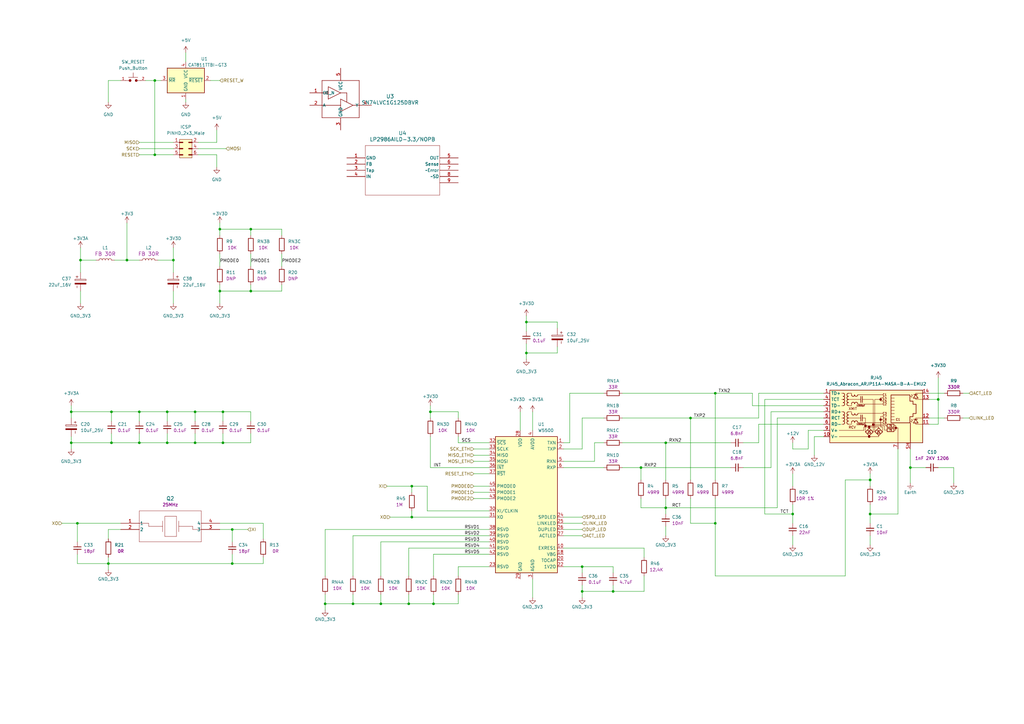
<source format=kicad_sch>
(kicad_sch (version 20230121) (generator eeschema)
  (paper "A3")
  (junction (at 52.07 106.68))
  (junction (at 273.05 208.28))
  (junction (at 33.02 106.68))
  (junction (at 71.12 106.68))
  (junction (at 68.58 168.91))
  (junction (at 293.37 214.63))
  (junction (at 29.21 168.91))
  (junction (at 68.58 181.61))
  (junction (at 325.12 210.82))
  (junction (at 63.5 33.02))
  (junction (at 44.45 231.14))
  (junction (at 95.25 231.14))
  (junction (at 90.17 93.98))
  (junction (at 293.37 161.29))
  (junction (at 167.64 247.65))
  (junction (at 102.87 119.38))
  (junction (at 91.44 168.91))
  (junction (at 80.01 168.91))
  (junction (at 91.44 181.61))
  (junction (at 45.72 181.61))
  (junction (at 373.38 191.77))
  (junction (at 29.21 181.61))
  (junction (at 238.76 242.57))
  (junction (at 251.46 242.57))
  (junction (at 176.53 168.91))
  (junction (at 102.87 93.98))
  (junction (at 356.87 196.85))
  (junction (at 63.5 63.5))
  (junction (at 215.9 144.78))
  (junction (at 80.01 181.61))
  (junction (at 57.15 181.61))
  (junction (at 144.78 247.65))
  (junction (at 90.17 119.38))
  (junction (at 168.91 212.09))
  (junction (at 356.87 210.82))
  (junction (at 95.25 217.17))
  (junction (at 283.21 171.45))
  (junction (at 31.75 214.63))
  (junction (at 238.76 232.41))
  (junction (at 177.8 247.65))
  (junction (at 45.72 168.91))
  (junction (at 384.81 163.83))
  (junction (at 215.9 132.08))
  (junction (at 156.21 247.65))
  (junction (at 273.05 181.61))
  (junction (at 57.15 168.91))
  (junction (at 133.35 247.65))
  (junction (at 168.91 199.39))
  (junction (at 262.89 191.77))
  (wire (pts (xy 175.26 199.39) (xy 175.26 209.55)))
  (wire (pts (xy 57.15 181.61) (xy 68.58 181.61)))
  (wire (pts (xy 156.21 243.84) (xy 156.21 247.65)))
  (wire (pts (xy 29.21 166.37) (xy 29.21 168.91)))
  (wire (pts (xy 68.58 177.8) (xy 68.58 181.61)))
  (wire (pts (xy 215.9 144.78) (xy 228.6 144.78)))
  (wire (pts (xy 102.87 177.8) (xy 102.87 181.61)))
  (wire (pts (xy 251.46 242.57) (xy 238.76 242.57)))
  (wire (pts (xy 194.31 194.31) (xy 200.66 194.31)))
  (wire (pts (xy 115.57 104.14) (xy 115.57 109.22)))
  (wire (pts (xy 194.31 186.69) (xy 200.66 186.69)))
  (wire (pts (xy 44.45 33.02) (xy 44.45 41.91)))
  (wire (pts (xy 331.47 184.15) (xy 325.12 184.15)))
  (wire (pts (xy 167.64 224.79) (xy 167.64 236.22)))
  (wire (pts (xy 337.82 166.37) (xy 308.61 166.37)))
  (wire (pts (xy 293.37 204.47) (xy 293.37 214.63)))
  (wire (pts (xy 176.53 168.91) (xy 176.53 171.45)))
  (wire (pts (xy 90.17 104.14) (xy 90.17 109.22)))
  (wire (pts (xy 101.6 217.17) (xy 95.25 217.17)))
  (wire (pts (xy 238.76 219.71) (xy 231.14 219.71)))
  (wire (pts (xy 52.07 106.68) (xy 46.99 106.68)))
  (wire (pts (xy 160.02 212.09) (xy 168.91 212.09)))
  (wire (pts (xy 29.21 168.91) (xy 29.21 171.45)))
  (wire (pts (xy 63.5 63.5) (xy 63.5 33.02)))
  (wire (pts (xy 187.96 171.45) (xy 187.96 168.91)))
  (wire (pts (xy 168.91 199.39) (xy 175.26 199.39)))
  (wire (pts (xy 264.16 242.57) (xy 251.46 242.57)))
  (wire (pts (xy 251.46 240.03) (xy 251.46 242.57)))
  (wire (pts (xy 238.76 171.45) (xy 247.65 171.45)))
  (wire (pts (xy 95.25 231.14) (xy 107.95 231.14)))
  (wire (pts (xy 368.3 210.82) (xy 356.87 210.82)))
  (wire (pts (xy 304.8 191.77) (xy 316.23 191.77)))
  (wire (pts (xy 381 173.99) (xy 384.81 173.99)))
  (wire (pts (xy 325.12 210.82) (xy 325.12 214.63)))
  (wire (pts (xy 133.35 247.65) (xy 144.78 247.65)))
  (wire (pts (xy 176.53 191.77) (xy 176.53 179.07)))
  (wire (pts (xy 356.87 196.85) (xy 356.87 199.39)))
  (wire (pts (xy 384.81 191.77) (xy 391.16 191.77)))
  (wire (pts (xy 68.58 172.72) (xy 68.58 168.91)))
  (wire (pts (xy 95.25 217.17) (xy 90.17 217.17)))
  (wire (pts (xy 384.81 173.99) (xy 384.81 163.83)))
  (wire (pts (xy 194.31 184.15) (xy 200.66 184.15)))
  (wire (pts (xy 102.87 104.14) (xy 102.87 109.22)))
  (wire (pts (xy 337.82 163.83) (xy 313.69 163.83)))
  (wire (pts (xy 25.4 214.63) (xy 31.75 214.63)))
  (wire (pts (xy 80.01 168.91) (xy 91.44 168.91)))
  (wire (pts (xy 71.12 101.6) (xy 71.12 106.68)))
  (wire (pts (xy 194.31 204.47) (xy 200.66 204.47)))
  (wire (pts (xy 177.8 243.84) (xy 177.8 247.65)))
  (wire (pts (xy 168.91 209.55) (xy 168.91 212.09)))
  (wire (pts (xy 243.84 181.61) (xy 247.65 181.61)))
  (wire (pts (xy 311.15 171.45) (xy 283.21 171.45)))
  (wire (pts (xy 331.47 176.53) (xy 331.47 184.15)))
  (wire (pts (xy 29.21 168.91) (xy 45.72 168.91)))
  (wire (pts (xy 231.14 181.61) (xy 233.68 181.61)))
  (wire (pts (xy 107.95 214.63) (xy 107.95 220.98)))
  (wire (pts (xy 215.9 129.54) (xy 215.9 132.08)))
  (wire (pts (xy 228.6 134.62) (xy 228.6 132.08)))
  (wire (pts (xy 57.15 177.8) (xy 57.15 181.61)))
  (wire (pts (xy 57.15 63.5) (xy 63.5 63.5)))
  (wire (pts (xy 49.53 33.02) (xy 44.45 33.02)))
  (wire (pts (xy 356.87 196.85) (xy 346.71 196.85)))
  (wire (pts (xy 243.84 189.23) (xy 243.84 181.61)))
  (wire (pts (xy 102.87 93.98) (xy 102.87 96.52)))
  (wire (pts (xy 273.05 208.28) (xy 273.05 204.47)))
  (wire (pts (xy 264.16 236.22) (xy 264.16 242.57)))
  (wire (pts (xy 238.76 184.15) (xy 238.76 171.45)))
  (wire (pts (xy 88.9 53.34) (xy 88.9 58.42)))
  (wire (pts (xy 59.69 33.02) (xy 63.5 33.02)))
  (wire (pts (xy 168.91 199.39) (xy 168.91 201.93)))
  (wire (pts (xy 33.02 119.38) (xy 33.02 124.46)))
  (wire (pts (xy 262.89 191.77) (xy 299.72 191.77)))
  (wire (pts (xy 228.6 132.08) (xy 215.9 132.08)))
  (wire (pts (xy 102.87 119.38) (xy 115.57 119.38)))
  (wire (pts (xy 29.21 181.61) (xy 29.21 184.15)))
  (wire (pts (xy 64.77 106.68) (xy 71.12 106.68)))
  (wire (pts (xy 168.91 212.09) (xy 200.66 212.09)))
  (wire (pts (xy 44.45 231.14) (xy 95.25 231.14)))
  (wire (pts (xy 356.87 219.71) (xy 356.87 223.52)))
  (wire (pts (xy 63.5 33.02) (xy 66.04 33.02)))
  (wire (pts (xy 308.61 166.37) (xy 308.61 161.29)))
  (wire (pts (xy 334.01 179.07) (xy 334.01 186.69)))
  (wire (pts (xy 90.17 119.38) (xy 90.17 124.46)))
  (wire (pts (xy 293.37 236.22) (xy 346.71 236.22)))
  (wire (pts (xy 194.31 199.39) (xy 200.66 199.39)))
  (wire (pts (xy 102.87 116.84) (xy 102.87 119.38)))
  (wire (pts (xy 80.01 181.61) (xy 91.44 181.61)))
  (wire (pts (xy 45.72 168.91) (xy 57.15 168.91)))
  (wire (pts (xy 92.71 60.96) (xy 81.28 60.96)))
  (wire (pts (xy 318.77 171.45) (xy 318.77 208.28)))
  (wire (pts (xy 368.3 184.15) (xy 368.3 210.82)))
  (wire (pts (xy 231.14 189.23) (xy 243.84 189.23)))
  (wire (pts (xy 293.37 214.63) (xy 293.37 236.22)))
  (wire (pts (xy 156.21 222.25) (xy 200.66 222.25)))
  (wire (pts (xy 325.12 194.31) (xy 325.12 199.39)))
  (wire (pts (xy 44.45 217.17) (xy 44.45 220.98)))
  (wire (pts (xy 337.82 176.53) (xy 331.47 176.53)))
  (wire (pts (xy 255.27 181.61) (xy 273.05 181.61)))
  (wire (pts (xy 283.21 171.45) (xy 283.21 196.85)))
  (wire (pts (xy 215.9 144.78) (xy 215.9 147.32)))
  (wire (pts (xy 81.28 63.5) (xy 88.9 63.5)))
  (wire (pts (xy 373.38 191.77) (xy 373.38 198.12)))
  (wire (pts (xy 238.76 214.63) (xy 231.14 214.63)))
  (wire (pts (xy 33.02 101.6) (xy 33.02 106.68)))
  (wire (pts (xy 218.44 237.49) (xy 218.44 245.11)))
  (wire (pts (xy 95.25 217.17) (xy 95.25 222.25)))
  (wire (pts (xy 384.81 154.94) (xy 384.81 163.83)))
  (wire (pts (xy 200.66 224.79) (xy 167.64 224.79)))
  (wire (pts (xy 187.96 247.65) (xy 177.8 247.65)))
  (wire (pts (xy 215.9 140.97) (xy 215.9 144.78)))
  (wire (pts (xy 311.15 173.99) (xy 311.15 181.61)))
  (wire (pts (xy 337.82 171.45) (xy 318.77 171.45)))
  (wire (pts (xy 31.75 231.14) (xy 44.45 231.14)))
  (wire (pts (xy 144.78 219.71) (xy 144.78 236.22)))
  (wire (pts (xy 90.17 116.84) (xy 90.17 119.38)))
  (wire (pts (xy 80.01 168.91) (xy 80.01 172.72)))
  (wire (pts (xy 356.87 207.01) (xy 356.87 210.82)))
  (wire (pts (xy 238.76 240.03) (xy 238.76 242.57)))
  (wire (pts (xy 316.23 168.91) (xy 337.82 168.91)))
  (wire (pts (xy 238.76 232.41) (xy 238.76 234.95)))
  (wire (pts (xy 356.87 194.31) (xy 356.87 196.85)))
  (wire (pts (xy 102.87 93.98) (xy 90.17 93.98)))
  (wire (pts (xy 238.76 242.57) (xy 238.76 245.11)))
  (wire (pts (xy 167.64 243.84) (xy 167.64 247.65)))
  (wire (pts (xy 313.69 210.82) (xy 325.12 210.82)))
  (wire (pts (xy 175.26 209.55) (xy 200.66 209.55)))
  (wire (pts (xy 381 161.29) (xy 387.35 161.29)))
  (wire (pts (xy 384.81 163.83) (xy 381 163.83)))
  (wire (pts (xy 308.61 161.29) (xy 293.37 161.29)))
  (wire (pts (xy 31.75 214.63) (xy 31.75 222.25)))
  (wire (pts (xy 133.35 217.17) (xy 200.66 217.17)))
  (wire (pts (xy 238.76 232.41) (xy 251.46 232.41)))
  (wire (pts (xy 29.21 179.07) (xy 29.21 181.61)))
  (wire (pts (xy 218.44 168.91) (xy 218.44 176.53)))
  (wire (pts (xy 187.96 168.91) (xy 176.53 168.91)))
  (wire (pts (xy 90.17 93.98) (xy 90.17 96.52)))
  (wire (pts (xy 158.75 199.39) (xy 168.91 199.39)))
  (wire (pts (xy 215.9 132.08) (xy 215.9 135.89)))
  (wire (pts (xy 264.16 224.79) (xy 264.16 228.6)))
  (wire (pts (xy 238.76 184.15) (xy 231.14 184.15)))
  (wire (pts (xy 251.46 234.95) (xy 251.46 232.41)))
  (wire (pts (xy 397.51 171.45) (xy 394.97 171.45)))
  (wire (pts (xy 133.35 236.22) (xy 133.35 217.17)))
  (wire (pts (xy 373.38 191.77) (xy 379.73 191.77)))
  (wire (pts (xy 255.27 161.29) (xy 293.37 161.29)))
  (wire (pts (xy 52.07 91.44) (xy 52.07 106.68)))
  (wire (pts (xy 45.72 181.61) (xy 29.21 181.61)))
  (wire (pts (xy 325.12 219.71) (xy 325.12 223.52)))
  (wire (pts (xy 167.64 247.65) (xy 177.8 247.65)))
  (wire (pts (xy 255.27 171.45) (xy 283.21 171.45)))
  (wire (pts (xy 318.77 208.28) (xy 273.05 208.28)))
  (wire (pts (xy 52.07 106.68) (xy 57.15 106.68)))
  (wire (pts (xy 91.44 181.61) (xy 102.87 181.61)))
  (wire (pts (xy 228.6 142.24) (xy 228.6 144.78)))
  (wire (pts (xy 57.15 58.42) (xy 71.12 58.42)))
  (wire (pts (xy 187.96 232.41) (xy 187.96 236.22)))
  (wire (pts (xy 45.72 168.91) (xy 45.72 172.72)))
  (wire (pts (xy 177.8 227.33) (xy 200.66 227.33)))
  (wire (pts (xy 187.96 232.41) (xy 200.66 232.41)))
  (wire (pts (xy 91.44 177.8) (xy 91.44 181.61)))
  (wire (pts (xy 156.21 247.65) (xy 167.64 247.65)))
  (wire (pts (xy 90.17 91.44) (xy 90.17 93.98)))
  (wire (pts (xy 231.14 224.79) (xy 264.16 224.79)))
  (wire (pts (xy 31.75 214.63) (xy 49.53 214.63)))
  (wire (pts (xy 33.02 106.68) (xy 33.02 111.76)))
  (wire (pts (xy 107.95 228.6) (xy 107.95 231.14)))
  (wire (pts (xy 115.57 116.84) (xy 115.57 119.38)))
  (wire (pts (xy 187.96 243.84) (xy 187.96 247.65)))
  (wire (pts (xy 33.02 106.68) (xy 39.37 106.68)))
  (wire (pts (xy 262.89 204.47) (xy 262.89 208.28)))
  (wire (pts (xy 49.53 217.17) (xy 44.45 217.17)))
  (wire (pts (xy 71.12 106.68) (xy 71.12 111.76)))
  (wire (pts (xy 356.87 210.82) (xy 356.87 214.63)))
  (wire (pts (xy 337.82 173.99) (xy 311.15 173.99)))
  (wire (pts (xy 57.15 168.91) (xy 57.15 172.72)))
  (wire (pts (xy 144.78 243.84) (xy 144.78 247.65)))
  (wire (pts (xy 262.89 208.28) (xy 273.05 208.28)))
  (wire (pts (xy 187.96 181.61) (xy 187.96 179.07)))
  (wire (pts (xy 391.16 191.77) (xy 391.16 198.12)))
  (wire (pts (xy 233.68 181.61) (xy 233.68 161.29)))
  (wire (pts (xy 176.53 191.77) (xy 200.66 191.77)))
  (wire (pts (xy 325.12 207.01) (xy 325.12 210.82)))
  (wire (pts (xy 313.69 163.83) (xy 313.69 210.82)))
  (wire (pts (xy 91.44 168.91) (xy 91.44 172.72)))
  (wire (pts (xy 76.2 21.59) (xy 76.2 25.4)))
  (wire (pts (xy 115.57 96.52) (xy 115.57 93.98)))
  (wire (pts (xy 90.17 214.63) (xy 107.95 214.63)))
  (wire (pts (xy 57.15 168.91) (xy 68.58 168.91)))
  (wire (pts (xy 213.36 168.91) (xy 213.36 176.53)))
  (wire (pts (xy 262.89 191.77) (xy 262.89 196.85)))
  (wire (pts (xy 304.8 181.61) (xy 311.15 181.61)))
  (wire (pts (xy 283.21 214.63) (xy 293.37 214.63)))
  (wire (pts (xy 373.38 184.15) (xy 373.38 191.77)))
  (wire (pts (xy 45.72 181.61) (xy 57.15 181.61)))
  (wire (pts (xy 194.31 189.23) (xy 200.66 189.23)))
  (wire (pts (xy 273.05 208.28) (xy 273.05 210.82)))
  (wire (pts (xy 95.25 227.33) (xy 95.25 231.14)))
  (wire (pts (xy 273.05 215.9) (xy 273.05 219.71)))
  (wire (pts (xy 316.23 191.77) (xy 316.23 168.91)))
  (wire (pts (xy 273.05 181.61) (xy 273.05 196.85)))
  (wire (pts (xy 88.9 63.5) (xy 88.9 68.58)))
  (wire (pts (xy 337.82 179.07) (xy 334.01 179.07)))
  (wire (pts (xy 44.45 231.14) (xy 44.45 233.68)))
  (wire (pts (xy 231.14 191.77) (xy 247.65 191.77)))
  (wire (pts (xy 311.15 161.29) (xy 311.15 171.45)))
  (wire (pts (xy 31.75 227.33) (xy 31.75 231.14)))
  (wire (pts (xy 299.72 181.61) (xy 273.05 181.61)))
  (wire (pts (xy 133.35 247.65) (xy 133.35 250.19)))
  (wire (pts (xy 90.17 33.02) (xy 86.36 33.02)))
  (wire (pts (xy 115.57 93.98) (xy 102.87 93.98)))
  (wire (pts (xy 233.68 161.29) (xy 247.65 161.29)))
  (wire (pts (xy 177.8 236.22) (xy 177.8 227.33)))
  (wire (pts (xy 90.17 119.38) (xy 102.87 119.38)))
  (wire (pts (xy 144.78 247.65) (xy 156.21 247.65)))
  (wire (pts (xy 80.01 177.8) (xy 80.01 181.61)))
  (wire (pts (xy 91.44 168.91) (xy 102.87 168.91)))
  (wire (pts (xy 71.12 63.5) (xy 63.5 63.5)))
  (wire (pts (xy 255.27 191.77) (xy 262.89 191.77)))
  (wire (pts (xy 346.71 196.85) (xy 346.71 236.22)))
  (wire (pts (xy 200.66 219.71) (xy 144.78 219.71)))
  (wire (pts (xy 71.12 119.38) (xy 71.12 124.46)))
  (wire (pts (xy 76.2 40.64) (xy 76.2 41.91)))
  (wire (pts (xy 68.58 181.61) (xy 80.01 181.61)))
  (wire (pts (xy 397.51 161.29) (xy 394.97 161.29)))
  (wire (pts (xy 231.14 232.41) (xy 238.76 232.41)))
  (wire (pts (xy 194.31 201.93) (xy 200.66 201.93)))
  (wire (pts (xy 88.9 58.42) (xy 81.28 58.42)))
  (wire (pts (xy 156.21 236.22) (xy 156.21 222.25)))
  (wire (pts (xy 102.87 172.72) (xy 102.87 168.91)))
  (wire (pts (xy 44.45 228.6) (xy 44.45 231.14)))
  (wire (pts (xy 187.96 181.61) (xy 200.66 181.61)))
  (wire (pts (xy 325.12 184.15) (xy 325.12 181.61)))
  (wire (pts (xy 238.76 217.17) (xy 231.14 217.17)))
  (wire (pts (xy 283.21 204.47) (xy 283.21 214.63)))
  (wire (pts (xy 57.15 60.96) (xy 71.12 60.96)))
  (wire (pts (xy 176.53 166.37) (xy 176.53 168.91)))
  (wire (pts (xy 45.72 177.8) (xy 45.72 181.61)))
  (wire (pts (xy 337.82 161.29) (xy 311.15 161.29)))
  (wire (pts (xy 387.35 171.45) (xy 381 171.45)))
  (wire (pts (xy 68.58 168.91) (xy 80.01 168.91)))
  (wire (pts (xy 238.76 212.09) (xy 231.14 212.09)))
  (wire (pts (xy 293.37 161.29) (xy 293.37 196.85)))
  (wire (pts (xy 133.35 243.84) (xy 133.35 247.65)))
  (label "PMODE1" (at 102.87 107.95 0))
  (label "TXN2" (at 294.64 161.29 0))
  (label "RXP2" (at 264.16 191.77 0))
  (label "RSVD3" (at 190.5 222.25 0))
  (label "RSVD4" (at 190.5 224.79 0))
  (label "TXP2" (at 284.48 171.45 0))
  (label "SCS" (at 189.23 181.61 0))
  (label "INT" (at 177.8 191.77 0))
  (label "RCT" (at 275.59 208.28 0))
  (label "RSVD5" (at 190.5 227.33 0))
  (label "PMODE2" (at 115.57 107.95 0))
  (label "PMODE0" (at 90.17 107.95 0))
  (label "RSVD2" (at 190.5 219.71 0))
  (label "RXN2" (at 274.32 181.61 0))
  (label "TCT" (at 320.04 210.82 0))
  (label "RSVD1" (at 190.5 217.17 0))
  (hierarchical_label "MISO_ETH" (shape input) (at 194.31 186.69 180))
  (hierarchical_label "RESET_W" (shape input) (at 90.17 33.02 0))
  (hierarchical_label "DUP_LED" (shape input) (at 238.76 217.17 0))
  (hierarchical_label "SPD_LED" (shape input) (at 238.76 212.09 0))
  (hierarchical_label "XO" (shape input) (at 160.02 212.09 180))
  (hierarchical_label "MOSI" (shape input) (at 92.71 60.96 0))
  (hierarchical_label "PMODE1" (shape input) (at 194.31 201.93 180))
  (hierarchical_label "MOSI_ETH" (shape input) (at 194.31 189.23 180))
  (hierarchical_label "PMODE2" (shape input) (at 194.31 204.47 180))
  (hierarchical_label "PMODE0" (shape input) (at 194.31 199.39 180))
  (hierarchical_label "XO" (shape input) (at 25.4 214.63 180))
  (hierarchical_label "XI" (shape input) (at 101.6 217.17 0))
  (hierarchical_label "RESET" (shape input) (at 57.15 63.5 180))
  (hierarchical_label "ACT_LED" (shape input) (at 238.76 219.71 0))
  (hierarchical_label "LINK_LED" (shape input) (at 397.51 171.45 0))
  (hierarchical_label "ACT_LED" (shape input) (at 397.51 161.29 0))
  (hierarchical_label "LINK_LED" (shape input) (at 238.76 214.63 0))
  (hierarchical_label "RESET_ETH" (shape input) (at 194.31 194.31 180))
  (hierarchical_label "XI" (shape input) (at 158.75 199.39 180))
  (hierarchical_label "SCK_ETH" (shape input) (at 194.31 184.15 180))
  (hierarchical_label "MISO" (shape input) (at 57.15 58.42 180))
  (hierarchical_label "SCK" (shape input) (at 57.15 60.96 180))
  (symbol (lib_id "TI_SN74LVC1G125DBVR:SN74LVC1G125DBVR") (at 139.7 40.64 0) (unit 1)
    (property "Reference" "U3" (at 160.02 39.5321 0) (effects (font (size 1.524 1.524))))
    (property "Value" "SN74LVC1G125DBVR" (at 160.02 42.0721 0) (effects (font (size 1.524 1.524))))
    (property "Footprint" "TI_SN74LVC1G125DBVR:DBV0005A_L" (effects hide))
    (property "Datasheet" "SN74LVC1G125DBVR" (effects hide))
  )
  (symbol (lib_id "powerEdited:GND_3V3") (at 391.16 198.12 0) (unit 1)
    (property "Reference" "#PWR026" (effects hide))
    (property "Value" "GND_3V3" (at 391.16 201.93 0))
  )
  (symbol (lib_id "PCM_4ms_Capacitor:0.1uF_0603_16V") (at 325.12 217.17 180) (unit 1)
    (property "Reference" "C16" (at 327.66 215.8936 0) (effects (justify right)))
    (property "Value" "22nF_0603_16V" (effects hide))
    (property "Footprint" "PCM_4ms_Capacitor:C_0603" (effects hide))
    (property "Specifications" "22nF, Min. 16V 10%, X7R or X5R or similar" (effects hide))
    (property "Manufacturer" "AVX Corporation" (effects hide))
    (property "Part Number" "0603YC104KAT2A" (effects hide))
    (property "Display" "22nF" (at 327.66 218.4336 0) (effects (justify right)))
    (property "JLCPCB ID" "C14663" (effects hide))
  )
  (symbol (lib_id "power:+3V3") (at 52.07 91.44 0) (unit 1)
    (property "Reference" "#PWR01" (effects hide))
    (property "Value" "+3V3" (at 52.07 87.63 0))
  )
  (symbol (lib_id "powerEdited:GND_3V3") (at 273.05 219.71 0) (unit 1)
    (property "Reference" "#PWR017" (effects hide))
    (property "Value" "GND_3V3" (at 273.05 223.52 0))
  )
  (symbol (lib_id "Connector:RJ45_Abracon_ARJP11A-MASA-B-A-EMU2") (at 358.14 171.45 0) (unit 1)
    (property "Reference" "RJ45" (at 359.41 154.94 0))
    (property "Value" "RJ45_Abracon_ARJP11A-MASA-B-A-EMU2" (at 359.41 157.48 0))
    (property "Footprint" "Connector_RJ:RJ45_Abracon_ARJP11A-MA_Horizontal" (effects hide))
    (property "Datasheet" "https://abracon.com/Magnetics/lan/ARJP11A.PDF" (effects hide))
  )
  (symbol (lib_id "powerEdited:GND_3V3") (at 215.9 147.32 0) (unit 1)
    (property "Reference" "#PWR014" (effects hide))
    (property "Value" "GND_3V3" (at 215.9 152.4 0))
  )
  (symbol (lib_id "PCM_4ms_Capacitor:0.1uF_0603_16V") (at 91.44 175.26 0) (unit 1)
    (property "Reference" "C29" (at 93.98 173.9963 0) (effects (justify left)))
    (property "Value" "0.1uF_0603_16V" (effects hide))
    (property "Footprint" "PCM_4ms_Capacitor:C_0603" (effects hide))
    (property "Specifications" "0.1uF, Min. 16V 10%, X7R or X5R or similar" (effects hide))
    (property "Manufacturer" "AVX Corporation" (effects hide))
    (property "Part Number" "0603YC104KAT2A" (effects hide))
    (property "Display" "0.1uF" (at 93.98 176.5363 0) (effects (justify left)))
    (property "JLCPCB ID" "C14663" (effects hide))
  )
  (symbol (lib_id "PCM_Resistor_AKL:R_0603") (at 325.12 203.2 0) (unit 1)
    (property "Reference" "R25" (at 327.66 201.93 0) (effects (justify left)))
    (property "Value" "10R_0603" (effects hide))
    (property "Footprint" "PCM_Resistor_SMD_AKL:R_0603_1608Metric" (effects hide))
    (property "Display" "10R 1%" (at 330.2 204.47 0))
  )
  (symbol (lib_id "PCM_4ms_Capacitor:0.1uF_0603_16V") (at 45.72 175.26 0) (unit 1)
    (property "Reference" "C21" (at 48.26 173.9963 0) (effects (justify left)))
    (property "Value" "0.1uF_0603_16V" (effects hide))
    (property "Footprint" "PCM_4ms_Capacitor:C_0603" (effects hide))
    (property "Specifications" "0.1uF, Min. 16V 10%, X7R or X5R or similar" (effects hide))
    (property "Manufacturer" "AVX Corporation" (effects hide))
    (property "Part Number" "0603YC104KAT2A" (effects hide))
    (property "Display" "0.1uF" (at 48.26 176.5363 0) (effects (justify left)))
    (property "JLCPCB ID" "C14663" (effects hide))
  )
  (symbol (lib_id "PCM_Resistor_AKL:R_0603") (at 107.95 224.79 0) (unit 1)
    (property "Reference" "R13" (at 110.49 223.52 0) (effects (justify left)))
    (property "Value" "0R_0603" (effects hide))
    (property "Footprint" "PCM_Resistor_SMD_AKL:R_0603_1608Metric" (effects hide))
    (property "Display" "0R" (at 113.03 226.06 0))
  )
  (symbol (lib_id "PCM_Resistor_AKL:R_0603") (at 251.46 181.61 90) (unit 1)
    (property "Reference" "RN1C" (at 254 176.53 90) (effects (justify left)))
    (property "Value" "33R_0603" (effects hide))
    (property "Footprint" "PCM_Resistor_SMD_AKL:R_0603_1608Metric" (effects hide))
    (property "Display" "33R" (at 251.46 179.07 90))
  )
  (symbol (lib_id "Murata_XRCGB25M000F3M00R0:Crsytal 25MHz 6pF 150Ohm 4-pin SMD") (at 49.53 214.63 0) (unit 1)
    (property "Reference" "Q2" (at 69.85 204.47 0) (effects (font (size 1.524 1.524))))
    (property "Value" "Crsytal 25MHz 6pF 150Ohm 4-pin SMD" (effects hide))
    (property "Footprint" "Murata_XRCGB25M000F3M00R0:XRCGB27M120F3M10R0_MUR" (effects hide))
    (property "Datasheet" "XRCGB25M000F3M00R0" (effects hide))
    (property "Display" "25MHz" (at 69.85 207.01 0))
  )
  (symbol (lib_id "powerEdited:GND_3V3") (at 218.44 245.11 0) (unit 1)
    (property "Reference" "#PWR011" (effects hide))
    (property "Value" "GND_3V3" (at 218.44 248.92 0))
  )
  (symbol (lib_id "powerEdited:+3V3A") (at 325.12 194.31 0) (unit 1)
    (property "Reference" "#PWR018" (effects hide))
    (property "Value" "+3V3A" (at 325.12 190.5 0))
  )
  (symbol (lib_id "PCM_SL_Capacitors:10uF_25V") (at 29.21 175.26 270) (unit 1)
    (property "Reference" "C20" (at 33.02 173.99 90) (effects (justify left)))
    (property "Value" "10uF_25V" (at 33.02 176.53 90) (effects (justify left)))
    (property "Footprint" "Capacitor_THT:CP_Radial_D5.0mm_P2.00mm" (effects hide))
  )
  (symbol (lib_id "PCM_Resistor_AKL:R_0603") (at 251.46 161.29 90) (unit 1)
    (property "Reference" "RN1A" (at 254 156.21 90) (effects (justify left)))
    (property "Value" "33R_0603" (effects hide))
    (property "Footprint" "PCM_Resistor_SMD_AKL:R_0603_1608Metric" (effects hide))
    (property "Display" "33R" (at 251.46 158.75 90))
  )
  (symbol (lib_id "PCM_SL_Pin_Headers:PINHD_2x3_Male") (at 76.2 59.69 0) (unit 1)
    (property "Reference" "ICSP" (at 76.2 52.07 0))
    (property "Value" "PINHD_2x3_Male" (at 76.2 54.61 0))
    (property "Footprint" "Connector_PinHeader_2.54mm:PinHeader_2x03_P2.54mm_Vertical" (effects hide))
  )
  (symbol (lib_id "power:+5V") (at 76.2 21.59 0) (unit 1)
    (property "Reference" "#PWR029" (effects hide))
    (property "Value" "+5V" (at 76.2 16.51 0))
  )
  (symbol (lib_id "PCM_Resistor_AKL:R_0603") (at 144.78 240.03 0) (unit 1)
    (property "Reference" "RN2A" (at 147.32 238.76 0) (effects (justify left)))
    (property "Value" "10K_0603" (effects hide))
    (property "Footprint" "PCM_Resistor_SMD_AKL:R_0603_1608Metric" (effects hide))
    (property "Display" "10K" (at 149.86 241.3 0))
  )
  (symbol (lib_id "PCM_Resistor_AKL:R_0603") (at 168.91 205.74 180) (unit 1)
    (property "Reference" "R45" (at 166.37 204.47 0) (effects (justify left)))
    (property "Value" "1M_0603" (effects hide))
    (property "Footprint" "PCM_Resistor_SMD_AKL:R_0603_1608Metric" (effects hide))
    (property "Display" "1M" (at 163.83 207.01 0))
  )
  (symbol (lib_id "powerEdited:+3V3A") (at 356.87 194.31 0) (unit 1)
    (property "Reference" "#PWR024" (effects hide))
    (property "Value" "+3V3A" (at 356.87 190.5 0))
  )
  (symbol (lib_id "PCM_Resistor_AKL:R_0603") (at 167.64 240.03 0) (unit 1)
    (property "Reference" "RN2C" (at 170.18 238.76 0) (effects (justify left)))
    (property "Value" "10K_0603" (effects hide))
    (property "Footprint" "PCM_Resistor_SMD_AKL:R_0603_1608Metric" (effects hide))
    (property "Display" "10K" (at 172.72 241.3 0))
  )
  (symbol (lib_id "PCM_Resistor_AKL:R_0603") (at 90.17 100.33 0) (unit 1)
    (property "Reference" "R9" (at 92.71 99.06 0) (effects (justify left)))
    (property "Value" "10K_0603" (effects hide))
    (property "Footprint" "PCM_Resistor_SMD_AKL:R_0603_1608Metric" (effects hide))
    (property "Display" "10K" (at 95.25 101.6 0))
  )
  (symbol (lib_id "Interface_Ethernet:W5500") (at 215.9 207.01 0) (unit 1)
    (property "Reference" "U1" (at 220.6341 173.99 0) (effects (justify left)))
    (property "Value" "W5500" (at 220.6341 176.53 0) (effects (justify left)))
    (property "Footprint" "Package_QFP:LQFP-48_7x7mm_P0.5mm" (effects hide))
    (property "Datasheet" "http://wizwiki.net/wiki/lib/exe/fetch.php/products:w5500:w5500_ds_v109e.pdf" (effects hide))
  )
  (symbol (lib_id "PCM_Resistor_AKL:R_0603") (at 177.8 240.03 0) (unit 1)
    (property "Reference" "RN2D" (at 180.34 238.76 0) (effects (justify left)))
    (property "Value" "10K_0603" (effects hide))
    (property "Footprint" "PCM_Resistor_SMD_AKL:R_0603_1608Metric" (effects hide))
    (property "Display" "10K" (at 182.88 241.3 0))
  )
  (symbol (lib_id "PCM_4ms_Resistor:R_DNP") (at 102.87 113.03 0) (unit 1)
    (property "Reference" "R15" (at 105.41 111.76 0) (effects (justify left)))
    (property "Value" "R_DNP" (effects hide))
    (property "Footprint" "PCM_4ms_Resistor:R_0603" (effects hide))
    (property "Display" "DNP" (at 105.41 114.3 0) (effects (justify left)))
  )
  (symbol (lib_id "PCM_4ms_Capacitor:0.1uF_0603_16V") (at 382.27 191.77 270) (unit 1)
    (property "Reference" "C10" (at 382.2636 185.42 90))
    (property "Value" "1nF 2KV 1206" (effects hide))
    (property "Footprint" "PCM_4ms_Capacitor:C_1206" (effects hide))
    (property "Manufacturer" "AVX Corporation" (effects hide))
    (property "Display" "1nF 2KV 1206" (at 382.27 187.96 90))
  )
  (symbol (lib_id "PCM_Resistor_AKL:R_0603") (at 264.16 232.41 0) (unit 1)
    (property "Reference" "R46" (at 266.7 231.14 0) (effects (justify left)))
    (property "Value" "12.4K_0603" (effects hide))
    (property "Footprint" "PCM_Resistor_SMD_AKL:R_0603_1608Metric" (effects hide))
    (property "Display" "12.4K" (at 269.24 233.68 0))
  )
  (symbol (lib_id "PCM_4ms_Capacitor:0.1uF_0603_16V") (at 80.01 175.26 0) (unit 1)
    (property "Reference" "C28" (at 82.55 173.9963 0) (effects (justify left)))
    (property "Value" "0.1uF_0603_16V" (effects hide))
    (property "Footprint" "PCM_4ms_Capacitor:C_0603" (effects hide))
    (property "Specifications" "0.1uF, Min. 16V 10%, X7R or X5R or similar" (effects hide))
    (property "Manufacturer" "AVX Corporation" (effects hide))
    (property "Part Number" "0603YC104KAT2A" (effects hide))
    (property "Display" "0.1uF" (at 82.55 176.5363 0) (effects (justify left)))
    (property "JLCPCB ID" "C14663" (effects hide))
  )
  (symbol (lib_id "PCM_Resistor_AKL:R_0603") (at 273.05 200.66 0) (unit 1)
    (property "Reference" "R5" (at 275.59 199.39 0) (effects (justify left)))
    (property "Value" "49R9_0603" (effects hide))
    (property "Footprint" "PCM_Resistor_SMD_AKL:R_0603_1608Metric" (effects hide))
    (property "Display" "49R9" (at 278.13 201.93 0))
  )
  (symbol (lib_id "Power_Supervisor:CAT811TTBI-GT3") (at 76.2 33.02 0) (unit 1)
    (property "Reference" "U1" (at 83.82 24.13 0))
    (property "Value" "CAT811TTBI-GT3" (at 85.09 26.67 0))
    (property "Footprint" "Package_TO_SOT_SMD:SOT-143" (effects hide))
    (property "Datasheet" "http://www.onsemi.com/pub/Collateral/CAT811-D.PDF" (effects hide))
  )
  (symbol (lib_id "PCM_4ms_Capacitor:0.1uF_0603_16V") (at 302.26 191.77 90) (unit 1)
    (property "Reference" "C18" (at 302.2663 185.42 90))
    (property "Value" "6.8nF_0603_16V" (effects hide))
    (property "Footprint" "PCM_4ms_Capacitor:C_0603" (effects hide))
    (property "Specifications" "6.8nF, Min. 16V 10%, X7R or X5R or similar" (effects hide))
    (property "Manufacturer" "AVX Corporation" (effects hide))
    (property "Part Number" "0603YC104KAT2A" (effects hide))
    (property "Display" "6.8nF" (at 302.2663 187.96 90))
    (property "JLCPCB ID" "C14663" (effects hide))
  )
  (symbol (lib_id "powerEdited:GND_3V3") (at 238.76 245.11 0) (unit 1)
    (property "Reference" "#PWR016" (effects hide))
    (property "Value" "GND_3V3" (at 238.76 248.92 0))
  )
  (symbol (lib_id "PCM_4ms_Capacitor:0.1uF_0603_16V") (at 102.87 175.26 0) (unit 1)
    (property "Reference" "C30" (at 105.41 173.9963 0) (effects (justify left)))
    (property "Value" "0.1uF_0603_16V" (effects hide))
    (property "Footprint" "PCM_4ms_Capacitor:C_0603" (effects hide))
    (property "Specifications" "0.1uF, Min. 16V 10%, X7R or X5R or similar" (effects hide))
    (property "Manufacturer" "AVX Corporation" (effects hide))
    (property "Part Number" "0603YC104KAT2A" (effects hide))
    (property "Display" "0.1uF" (at 105.41 176.5363 0) (effects (justify left)))
    (property "JLCPCB ID" "C14663" (effects hide))
  )
  (symbol (lib_id "powerEdited:GND_3V3") (at 33.02 124.46 0) (unit 1)
    (property "Reference" "#PWR03" (effects hide))
    (property "Value" "GND_3V3" (at 33.02 129.54 0))
  )
  (symbol (lib_id "powerEdited:+3V3D") (at 176.53 166.37 0) (unit 1)
    (property "Reference" "#PWR09" (effects hide))
    (property "Value" "+3V3D" (at 176.53 162.56 0))
  )
  (symbol (lib_id "PCM_Resistor_AKL:R_0603") (at 251.46 171.45 90) (unit 1)
    (property "Reference" "RN1B" (at 254 166.37 90) (effects (justify left)))
    (property "Value" "33R_0603" (effects hide))
    (property "Footprint" "PCM_Resistor_SMD_AKL:R_0603_1608Metric" (effects hide))
    (property "Display" "33R" (at 251.46 168.91 90))
  )
  (symbol (lib_id "PCM_Resistor_AKL:R_0603") (at 187.96 240.03 0) (unit 1)
    (property "Reference" "RN4B" (at 190.5 238.76 0) (effects (justify left)))
    (property "Value" "10K_0603" (effects hide))
    (property "Footprint" "PCM_Resistor_SMD_AKL:R_0603_1608Metric" (effects hide))
    (property "Display" "10K" (at 193.04 241.3 0))
  )
  (symbol (lib_id "PCM_SL_Capacitors:10uF_25V") (at 228.6 138.43 270) (unit 1)
    (property "Reference" "C32" (at 232.41 137.16 90) (effects (justify left)))
    (property "Value" "10uF_25V" (at 232.41 139.7 90) (effects (justify left)))
    (property "Footprint" "Capacitor_THT:CP_Radial_D5.0mm_P2.00mm" (effects hide))
  )
  (symbol (lib_id "power:GND") (at 44.45 41.91 0) (unit 1)
    (property "Reference" "#PWR031" (effects hide))
    (property "Value" "GND" (at 44.45 46.99 0))
  )
  (symbol (lib_id "PCM_Resistor_AKL:R_0603") (at 283.21 200.66 0) (unit 1)
    (property "Reference" "R6" (at 285.75 199.39 0) (effects (justify left)))
    (property "Value" "49R9_0603" (effects hide))
    (property "Footprint" "PCM_Resistor_SMD_AKL:R_0603_1608Metric" (effects hide))
    (property "Display" "49R9" (at 288.29 201.93 0))
  )
  (symbol (lib_id "power:Earth") (at 373.38 198.12 0) (unit 1)
    (property "Reference" "#PWR025" (effects hide))
    (property "Value" "Earth" (at 373.38 201.93 0))
  )
  (symbol (lib_id "PCM_4ms_Capacitor:0.1uF_0603_16V") (at 95.25 224.79 0) (unit 1)
    (property "Reference" "C34" (at 97.79 223.5263 0) (effects (justify left)))
    (property "Value" "18pF_0603_16V" (effects hide))
    (property "Footprint" "PCM_4ms_Capacitor:C_0603" (effects hide))
    (property "Specifications" "18pF, Min. 16V 10%, X7R or X5R or similar" (effects hide))
    (property "Manufacturer" "AVX Corporation" (effects hide))
    (property "Part Number" "0603YC104KAT2A" (effects hide))
    (property "Display" "18pF" (at 97.79 226.0663 0) (effects (justify left)))
    (property "JLCPCB ID" "C14663" (effects hide))
  )
  (symbol (lib_id "PCM_Resistor_AKL:R_0603") (at 102.87 100.33 0) (unit 1)
    (property "Reference" "RN3B" (at 105.41 99.06 0) (effects (justify left)))
    (property "Value" "10K_0603" (effects hide))
    (property "Footprint" "PCM_Resistor_SMD_AKL:R_0603_1608Metric" (effects hide))
    (property "Display" "10K" (at 107.95 101.6 0))
  )
  (symbol (lib_id "PCM_Resistor_AKL:R_0603") (at 356.87 203.2 0) (unit 1)
    (property "Reference" "R24" (at 359.41 201.93 0) (effects (justify left)))
    (property "Value" "22R_0603" (effects hide))
    (property "Footprint" "PCM_Resistor_SMD_AKL:R_0603_1608Metric" (effects hide))
    (property "Display" "22R" (at 361.95 204.47 0))
  )
  (symbol (lib_id "PCM_4ms_Capacitor:0.1uF_0603_16V") (at 57.15 175.26 0) (unit 1)
    (property "Reference" "C24" (at 59.69 173.9963 0) (effects (justify left)))
    (property "Value" "0.1uF_0603_16V" (effects hide))
    (property "Footprint" "PCM_4ms_Capacitor:C_0603" (effects hide))
    (property "Specifications" "0.1uF, Min. 16V 10%, X7R or X5R or similar" (effects hide))
    (property "Manufacturer" "AVX Corporation" (effects hide))
    (property "Part Number" "0603YC104KAT2A" (effects hide))
    (property "Display" "0.1uF" (at 59.69 176.5363 0) (effects (justify left)))
    (property "JLCPCB ID" "C14663" (effects hide))
  )
  (symbol (lib_id "powerEdited:+3V3D") (at 215.9 129.54 0) (unit 1)
    (property "Reference" "#PWR013" (effects hide))
    (property "Value" "+3V3D" (at 215.9 124.46 0))
  )
  (symbol (lib_id "PCM_Resistor_AKL:R_0603") (at 262.89 200.66 0) (unit 1)
    (property "Reference" "R4" (at 265.43 199.39 0) (effects (justify left)))
    (property "Value" "49R9_0603" (effects hide))
    (property "Footprint" "PCM_Resistor_SMD_AKL:R_0603_1608Metric" (effects hide))
    (property "Display" "49R9" (at 267.97 201.93 0))
  )
  (symbol (lib_id "PCM_4ms_Inductor:FerriteBead_0603_1.5A") (at 60.96 106.68 90) (unit 1)
    (property "Reference" "L2" (at 60.96 101.6 90))
    (property "Value" "FerriteBead_0603_1.5A" (effects hide))
    (property "Footprint" "PCM_4ms_Resistor:R_0603" (effects hide))
    (property "Specifications" "Chip Bead, Ferrite Chip Bead, Z=30Ω @ 100MHz, RmaxDC=90mΩ, ImaxDC=1.5A" (effects hide))
    (property "Manufacturer" "Laird" (effects hide))
    (property "Part Number" "MI0603K300R-10" (effects hide))
    (property "Display" "FB 30R" (at 60.96 104.14 90) (effects (font (size 1.524 1.524))))
  )
  (symbol (lib_id "powerEdited:GND_12V") (at 334.01 186.69 0) (unit 1)
    (property "Reference" "#PWR021" (effects hide))
    (property "Value" "GND_12V" (at 334.01 190.5 0))
  )
  (symbol (lib_id "PCM_Resistor_AKL:R_0603") (at 133.35 240.03 0) (unit 1)
    (property "Reference" "RN4A" (at 135.89 238.76 0) (effects (justify left)))
    (property "Value" "10K_0603" (effects hide))
    (property "Footprint" "PCM_Resistor_SMD_AKL:R_0603_1608Metric" (effects hide))
    (property "Display" "10K" (at 138.43 241.3 0))
  )
  (symbol (lib_id "PCM_SL_Capacitors:22uF_16V") (at 33.02 115.57 90) (mirror x) (unit 1)
    (property "Reference" "C37" (at 29.21 114.3 90) (effects (justify left)))
    (property "Value" "22uF_16V" (at 29.21 116.84 90) (effects (justify left)))
    (property "Footprint" "Capacitor_THT:CP_Radial_D4.0mm_P1.50mm" (effects hide))
  )
  (symbol (lib_id "TI_LP2986AILD-3.3-NOPB:LP2986AILD-3.3_NOPB") (at 142.24 64.77 0) (unit 1)
    (property "Reference" "U4" (at 165.1 54.61 0) (effects (font (size 1.524 1.524))))
    (property "Value" "LP2986AILD-3.3/NOPB" (at 165.1 57.15 0) (effects (font (size 1.524 1.524))))
    (property "Footprint" "TI_LP2986AILD-3.3-NOPB:LDC08A" (effects hide))
    (property "Datasheet" "Texas Instrument LP2986AILD-3.3/NOPB" (effects hide))
    (property "Details" "IC Reg Linear 3.3V 200mA 8WSON" (effects hide))
  )
  (symbol (lib_id "PCM_4ms_Resistor:R_DNP") (at 115.57 113.03 0) (unit 1)
    (property "Reference" "R20" (at 118.11 111.76 0) (effects (justify left)))
    (property "Value" "R_DNP" (effects hide))
    (property "Footprint" "PCM_4ms_Resistor:R_0603" (effects hide))
    (property "Display" "DNP" (at 118.11 114.3 0) (effects (justify left)))
  )
  (symbol (lib_id "powerEdited:GND_3V3") (at 90.17 124.46 0) (unit 1)
    (property "Reference" "#PWR07" (effects hide))
    (property "Value" "GND_3V3" (at 90.17 129.54 0))
  )
  (symbol (lib_id "powerEdited:GND_3V3") (at 29.21 184.15 0) (unit 1)
    (property "Reference" "#PWR028" (effects hide))
    (property "Value" "GND_3V3" (at 29.21 189.23 0))
  )
  (symbol (lib_id "PCM_Resistor_AKL:R_0603") (at 391.16 161.29 270) (mirror x) (unit 1)
    (property "Reference" "R9" (at 391.16 156.21 90))
    (property "Value" "330R_0603" (effects hide))
    (property "Footprint" "PCM_Resistor_SMD_AKL:R_0603_1608Metric" (effects hide))
    (property "Display" "330R" (at 391.16 158.75 90))
  )
  (symbol (lib_id "PCM_Resistor_AKL:R_0603") (at 115.57 100.33 0) (unit 1)
    (property "Reference" "RN3C" (at 118.11 99.06 0) (effects (justify left)))
    (property "Value" "10K_0603" (effects hide))
    (property "Footprint" "PCM_Resistor_SMD_AKL:R_0603_1608Metric" (effects hide))
    (property "Display" "10K" (at 120.65 101.6 0))
  )
  (symbol (lib_id "PCM_4ms_Capacitor:0.1uF_0603_16V") (at 68.58 175.26 0) (unit 1)
    (property "Reference" "C25" (at 71.12 173.9963 0) (effects (justify left)))
    (property "Value" "0.1uF_0603_16V" (effects hide))
    (property "Footprint" "PCM_4ms_Capacitor:C_0603" (effects hide))
    (property "Specifications" "0.1uF, Min. 16V 10%, X7R or X5R or similar" (effects hide))
    (property "Manufacturer" "AVX Corporation" (effects hide))
    (property "Part Number" "0603YC104KAT2A" (effects hide))
    (property "Display" "0.1uF" (at 71.12 176.5363 0) (effects (justify left)))
    (property "JLCPCB ID" "C14663" (effects hide))
  )
  (symbol (lib_id "PCM_SL_Devices:Push_Button") (at 54.61 33.02 0) (unit 1)
    (property "Reference" "SW_RESET" (at 54.61 25.4 0))
    (property "Value" "Push_Button" (at 54.61 27.94 0))
    (property "Footprint" "Button_Switch_THT:SW_PUSH_6mm" (effects hide))
  )
  (symbol (lib_id "PCM_Resistor_AKL:R_0603") (at 293.37 200.66 0) (unit 1)
    (property "Reference" "R7" (at 295.91 199.39 0) (effects (justify left)))
    (property "Value" "49R9_0603" (effects hide))
    (property "Footprint" "PCM_Resistor_SMD_AKL:R_0603_1608Metric" (effects hide))
    (property "Display" "49R9" (at 298.45 201.93 0))
  )
  (symbol (lib_id "PCM_Resistor_AKL:R_0603") (at 44.45 224.79 0) (unit 1)
    (property "Reference" "R21" (at 46.99 223.52 0) (effects (justify left)))
    (property "Value" "0R_0603" (effects hide))
    (property "Footprint" "PCM_Resistor_SMD_AKL:R_0603_1608Metric" (effects hide))
    (property "Display" "0R" (at 49.53 226.06 0))
  )
  (symbol (lib_id "power:GND") (at 76.2 41.91 0) (unit 1)
    (property "Reference" "#PWR030" (effects hide))
    (property "Value" "GND" (at 76.2 46.99 0))
  )
  (symbol (lib_id "PCM_Resistor_AKL:R_0603") (at 156.21 240.03 0) (unit 1)
    (property "Reference" "RN2B" (at 158.75 238.76 0) (effects (justify left)))
    (property "Value" "10K_0603" (effects hide))
    (property "Footprint" "PCM_Resistor_SMD_AKL:R_0603_1608Metric" (effects hide))
    (property "Display" "10K" (at 161.29 241.3 0))
  )
  (symbol (lib_id "PCM_4ms_Capacitor:0.1uF_0603_16V") (at 31.75 224.79 0) (unit 1)
    (property "Reference" "C33" (at 34.29 223.5263 0) (effects (justify left)))
    (property "Value" "18pF_0603_16V" (effects hide))
    (property "Footprint" "PCM_4ms_Capacitor:C_0603" (effects hide))
    (property "Specifications" "18pF, Min. 16V 10%, X7R or X5R or similar" (effects hide))
    (property "Manufacturer" "AVX Corporation" (effects hide))
    (property "Part Number" "0603YC104KAT2A" (effects hide))
    (property "Display" "18pF" (at 34.29 226.0663 0) (effects (justify left)))
    (property "JLCPCB ID" "C14663" (effects hide))
  )
  (symbol (lib_id "powerEdited:+3V3D") (at 384.81 154.94 0) (unit 1)
    (property "Reference" "#PWR022" (effects hide))
    (property "Value" "+3V3D" (at 384.81 149.86 0))
  )
  (symbol (lib_id "powerEdited:+3V3A") (at 218.44 168.91 0) (unit 1)
    (property "Reference" "#PWR010" (effects hide))
    (property "Value" "+3V3A" (at 219.71 163.83 0))
  )
  (symbol (lib_id "powerEdited:+3V3A") (at 33.02 101.6 0) (mirror y) (unit 1)
    (property "Reference" "#PWR04" (effects hide))
    (property "Value" "+3V3A" (at 33.02 97.79 0))
  )
  (symbol (lib_id "PCM_4ms_Capacitor:0.1uF_0603_16V") (at 302.26 181.61 90) (unit 1)
    (property "Reference" "C17" (at 302.2663 175.26 90))
    (property "Value" "6.8nF_0603_16V" (effects hide))
    (property "Footprint" "PCM_4ms_Capacitor:C_0603" (effects hide))
    (property "Specifications" "6.8nF, Min. 16V 10%, X7R or X5R or similar" (effects hide))
    (property "Manufacturer" "AVX Corporation" (effects hide))
    (property "Part Number" "0603YC104KAT2A" (effects hide))
    (property "Display" "6.8nF" (at 302.2663 177.8 90))
    (property "JLCPCB ID" "C14663" (effects hide))
  )
  (symbol (lib_id "powerEdited:GND_3V3") (at 325.12 223.52 0) (unit 1)
    (property "Reference" "#PWR019" (effects hide))
    (property "Value" "GND_3V3" (at 325.12 227.33 0))
  )
  (symbol (lib_id "powerEdited:+3V3D") (at 213.36 168.91 0) (unit 1)
    (property "Reference" "#PWR012" (effects hide))
    (property "Value" "+3V3D" (at 212.09 163.83 0))
  )
  (symbol (lib_id "PCM_Resistor_AKL:R_0603") (at 251.46 191.77 90) (unit 1)
    (property "Reference" "RN1D" (at 254 186.69 90) (effects (justify left)))
    (property "Value" "33R_0603" (effects hide))
    (property "Footprint" "PCM_Resistor_SMD_AKL:R_0603_1608Metric" (effects hide))
    (property "Display" "33R" (at 251.46 189.23 90))
  )
  (symbol (lib_id "powerEdited:GND_3V3") (at 133.35 250.19 0) (unit 1)
    (property "Reference" "#PWR08" (effects hide))
    (property "Value" "GND_3V3" (at 133.35 254 0))
  )
  (symbol (lib_id "PCM_SL_Capacitors:22uF_16V") (at 71.12 115.57 270) (unit 1)
    (property "Reference" "C38" (at 74.93 114.3 90) (effects (justify left)))
    (property "Value" "22uF_16V" (at 74.93 116.84 90) (effects (justify left)))
    (property "Footprint" "Capacitor_THT:CP_Radial_D4.0mm_P1.50mm" (effects hide))
  )
  (symbol (lib_id "PCM_4ms_Capacitor:0.1uF_0603_16V") (at 215.9 138.43 0) (unit 1)
    (property "Reference" "C31" (at 218.44 137.1663 0) (effects (justify left)))
    (property "Value" "0.1uF_0603_16V" (effects hide))
    (property "Footprint" "PCM_4ms_Capacitor:C_0603" (effects hide))
    (property "Specifications" "0.1uF, Min. 16V 10%, X7R or X5R or similar" (effects hide))
    (property "Manufacturer" "AVX Corporation" (effects hide))
    (property "Part Number" "0603YC104KAT2A" (effects hide))
    (property "Display" "0.1uF" (at 218.44 139.7063 0) (effects (justify left)))
    (property "JLCPCB ID" "C14663" (effects hide))
  )
  (symbol (lib_id "PCM_Resistor_AKL:R_0603") (at 187.96 175.26 0) (unit 1)
    (property "Reference" "RN4D" (at 190.5 173.99 0) (effects (justify left)))
    (property "Value" "10K_0603" (effects hide))
    (property "Footprint" "PCM_Resistor_SMD_AKL:R_0603_1608Metric" (effects hide))
    (property "Display" "10K" (at 193.04 176.53 0))
  )
  (symbol (lib_id "PCM_4ms_Power-symbol:+12V") (at 325.12 181.61 0) (unit 1)
    (property "Reference" "#PWR020" (effects hide))
    (property "Value" "+12V" (at 325.12 177.8 0))
  )
  (symbol (lib_id "PCM_4ms_Inductor:FerriteBead_0603_1.5A") (at 43.18 106.68 270) (mirror x) (unit 1)
    (property "Reference" "L1" (at 43.18 101.6 90))
    (property "Value" "FerriteBead_0603_1.5A" (effects hide))
    (property "Footprint" "PCM_4ms_Resistor:R_0603" (effects hide))
    (property "Specifications" "Chip Bead, Ferrite Chip Bead, Z=30Ω @ 100MHz, RmaxDC=90mΩ, ImaxDC=1.5A" (effects hide))
    (property "Manufacturer" "Laird" (effects hide))
    (property "Part Number" "MI0603K300R-10" (effects hide))
    (property "Display" "FB 30R" (at 43.18 104.14 90) (effects (font (size 1.524 1.524))))
  )
  (symbol (lib_id "power:GND") (at 88.9 68.58 0) (unit 1)
    (property "Reference" "#PWR033" (effects hide))
    (property "Value" "GND" (at 88.9 73.66 0))
  )
  (symbol (lib_id "PCM_4ms_Capacitor:0.1uF_0603_16V") (at 356.87 217.17 180) (unit 1)
    (property "Reference" "C1" (at 359.41 215.8936 0) (effects (justify right)))
    (property "Value" "10nF_0603_16V" (effects hide))
    (property "Footprint" "PCM_4ms_Capacitor:C_0603" (effects hide))
    (property "Specifications" "10nF, Min. 16V 10%, X7R or X5R or similar" (effects hide))
    (property "Manufacturer" "AVX Corporation" (effects hide))
    (property "Part Number" "0603YC104KAT2A" (effects hide))
    (property "Display" "10nF" (at 359.41 218.4336 0) (effects (justify right)))
    (property "JLCPCB ID" "C14663" (effects hide))
  )
  (symbol (lib_id "PCM_Resistor_AKL:R_0603") (at 391.16 171.45 270) (mirror x) (unit 1)
    (property "Reference" "R8" (at 391.16 166.37 90))
    (property "Value" "330R_0603" (effects hide))
    (property "Footprint" "PCM_Resistor_SMD_AKL:R_0603_1608Metric" (effects hide))
    (property "Display" "330R" (at 391.16 168.91 90))
  )
  (symbol (lib_id "PCM_4ms_Resistor:R_DNP") (at 90.17 113.03 0) (unit 1)
    (property "Reference" "R11" (at 92.71 111.76 0) (effects (justify left)))
    (property "Value" "R_DNP" (effects hide))
    (property "Footprint" "PCM_4ms_Resistor:R_0603" (effects hide))
    (property "Display" "DNP" (at 92.71 114.3 0) (effects (justify left)))
  )
  (symbol (lib_id "PCM_Resistor_AKL:R_0603") (at 176.53 175.26 0) (unit 1)
    (property "Reference" "RN3D" (at 179.07 173.99 0) (effects (justify left)))
    (property "Value" "10K_0603" (effects hide))
    (property "Footprint" "PCM_Resistor_SMD_AKL:R_0603_1608Metric" (effects hide))
    (property "Display" "10K" (at 181.61 176.53 0))
  )
  (symbol (lib_id "powerEdited:GND_3V3") (at 71.12 124.46 0) (unit 1)
    (property "Reference" "#PWR06" (effects hide))
    (property "Value" "GND_3V3" (at 71.12 129.54 0))
  )
  (symbol (lib_id "PCM_4ms_Capacitor:0.1uF_0603_16V") (at 273.05 213.36 180) (unit 1)
    (property "Reference" "C36" (at 275.59 212.0836 0) (effects (justify right)))
    (property "Value" "10nF_0603_16V" (effects hide))
    (property "Footprint" "PCM_4ms_Capacitor:C_0603" (effects hide))
    (property "Specifications" "10nF, Min. 16V 10%, X7R or X5R or similar" (effects hide))
    (property "Manufacturer" "AVX Corporation" (effects hide))
    (property "Part Number" "0603YC104KAT2A" (effects hide))
    (property "Display" "10nF" (at 275.59 214.6236 0) (effects (justify right)))
    (property "JLCPCB ID" "C14663" (effects hide))
  )
  (symbol (lib_id "power:+5V") (at 88.9 53.34 0) (unit 1)
    (property "Reference" "#PWR032" (effects hide))
    (property "Value" "+5V" (at 88.9 48.26 0))
  )
  (symbol (lib_id "powerEdited:+3V3D") (at 71.12 101.6 0) (unit 1)
    (property "Reference" "#PWR05" (effects hide))
    (property "Value" "+3V3D" (at 71.12 97.79 0))
  )
  (symbol (lib_id "powerEdited:GND_3V3") (at 356.87 223.52 0) (unit 1)
    (property "Reference" "#PWR023" (effects hide))
    (property "Value" "GND_3V3" (at 356.87 227.33 0))
  )
  (symbol (lib_id "powerEdited:+3V3D") (at 90.17 91.44 0) (unit 1)
    (property "Reference" "#PWR02" (effects hide))
    (property "Value" "+3V3D" (at 90.17 87.63 0))
  )
  (symbol (lib_id "powerEdited:+3V3A") (at 29.21 166.37 0) (unit 1)
    (property "Reference" "#PWR027" (effects hide))
    (property "Value" "+3V3A" (at 29.21 161.29 0))
  )
  (symbol (lib_id "PCM_4ms_Capacitor:0.1uF_0603_16V") (at 238.76 237.49 0) (unit 1)
    (property "Reference" "C36" (at 241.3 236.2263 0) (effects (justify left)))
    (property "Value" "0.1uF_0603_16V" (effects hide))
    (property "Footprint" "PCM_4ms_Capacitor:C_0603" (effects hide))
    (property "Specifications" "0.1uF, Min. 16V 10%, X7R or X5R or similar" (effects hide))
    (property "Manufacturer" "AVX Corporation" (effects hide))
    (property "Part Number" "0603YC104KAT2A" (effects hide))
    (property "Display" "0.1uF" (at 241.3 238.7663 0) (effects (justify left)))
    (property "JLCPCB ID" "C14663" (effects hide))
  )
  (symbol (lib_id "PCM_4ms_Capacitor:0.1uF_0603_16V") (at 251.46 237.49 0) (unit 1)
    (property "Reference" "C35" (at 254 236.2263 0) (effects (justify left)))
    (property "Value" "4.7uF_0603_16V" (effects hide))
    (property "Footprint" "PCM_4ms_Capacitor:C_0603" (effects hide))
    (property "Specifications" "4.7uF, Min. 16V 10%, X7R or X5R or similar" (effects hide))
    (property "Manufacturer" "AVX Corporation" (effects hide))
    (property "Part Number" "0603YC104KAT2A" (effects hide))
    (property "Display" "4.7uF" (at 254 238.7663 0) (effects (justify left)))
    (property "JLCPCB ID" "C14663" (effects hide))
  )
  (symbol (lib_id "powerEdited:GND_3V3") (at 44.45 233.68 0) (unit 1)
    (property "Reference" "#PWR015" (effects hide))
    (property "Value" "GND_3V3" (at 44.45 237.49 0))
  )
)
</source>
